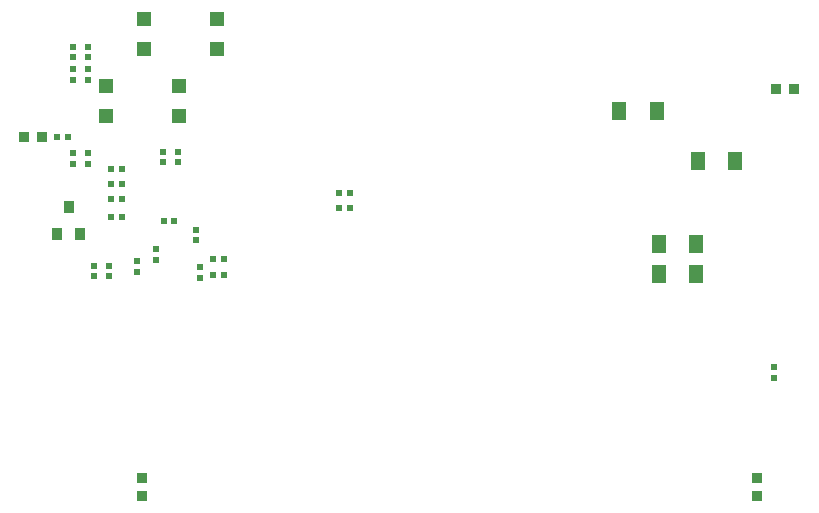
<source format=gbp>
%FSLAX44Y44*%
%MOMM*%
G71*
G01*
G75*
G04 Layer_Color=128*
G04:AMPARAMS|DCode=10|XSize=2.4mm|YSize=2.8mm|CornerRadius=0mm|HoleSize=0mm|Usage=FLASHONLY|Rotation=135.000|XOffset=0mm|YOffset=0mm|HoleType=Round|Shape=Rectangle|*
%AMROTATEDRECTD10*
4,1,4,1.8385,0.1414,-0.1414,-1.8385,-1.8385,-0.1414,0.1414,1.8385,1.8385,0.1414,0.0*
%
%ADD10ROTATEDRECTD10*%

%ADD11R,0.5000X0.6000*%
%ADD12R,0.8890X1.0160*%
%ADD13R,0.6000X0.5000*%
%ADD14R,0.8000X2.4000*%
%ADD15R,5.3000X5.0000*%
%ADD16R,1.2500X2.4000*%
%ADD17R,1.2500X1.2000*%
%ADD18R,1.2000X1.4000*%
G04:AMPARAMS|DCode=19|XSize=1.5mm|YSize=1.4mm|CornerRadius=0mm|HoleSize=0mm|Usage=FLASHONLY|Rotation=315.000|XOffset=0mm|YOffset=0mm|HoleType=Round|Shape=Rectangle|*
%AMROTATEDRECTD19*
4,1,4,-1.0253,0.0354,-0.0354,1.0253,1.0253,-0.0354,0.0354,-1.0253,-1.0253,0.0354,0.0*
%
%ADD19ROTATEDRECTD19*%

%ADD20R,1.3970X1.3970*%
%ADD21C,1.0000*%
%ADD22R,1.1000X0.5000*%
%ADD23R,1.2000X1.6000*%
%ADD24R,1.0668X0.8128*%
%ADD25R,0.7600X1.5600*%
%ADD26R,0.8128X0.8128*%
%ADD27R,1.6000X1.2000*%
%ADD28R,1.2954X1.6002*%
%ADD29R,2.0320X0.6096*%
%ADD30O,2.0320X0.6096*%
%ADD31R,3.7000X3.7000*%
%ADD32R,0.8000X0.2000*%
%ADD33R,0.8000X0.1990*%
%ADD34R,0.2000X0.8000*%
%ADD35R,0.1990X0.8000*%
%ADD36R,2.4000X0.8000*%
%ADD37R,5.0000X5.3000*%
%ADD38R,1.2000X1.2000*%
G04:AMPARAMS|DCode=39|XSize=1.5mm|YSize=1.4mm|CornerRadius=0mm|HoleSize=0mm|Usage=FLASHONLY|Rotation=45.000|XOffset=0mm|YOffset=0mm|HoleType=Round|Shape=Rectangle|*
%AMROTATEDRECTD39*
4,1,4,-0.0354,-1.0253,-1.0253,-0.0354,0.0354,1.0253,1.0253,0.0354,-0.0354,-1.0253,0.0*
%
%ADD39ROTATEDRECTD39*%

%ADD40R,2.4000X1.2500*%
%ADD41R,1.2000X1.2500*%
%ADD42R,2.6200X3.5100*%
%ADD43C,0.2000*%
%ADD44C,0.1780*%
%ADD45C,0.2540*%
%ADD46C,0.6000*%
%ADD47C,4.1200*%
%ADD48C,0.3000*%
%ADD49C,0.4000*%
%ADD50C,0.1270*%
%ADD51C,0.1800*%
%ADD52C,1.0000*%
%ADD53C,0.8000*%
%ADD54C,0.2543*%
%ADD55R,1.0668X1.5240*%
%ADD56O,1.0160X1.5240*%
%ADD57C,2.5400*%
%ADD58C,1.3500*%
%ADD59R,1.3500X1.3500*%
G04:AMPARAMS|DCode=60|XSize=4mm|YSize=4mm|CornerRadius=2mm|HoleSize=0mm|Usage=FLASHONLY|Rotation=0.000|XOffset=0mm|YOffset=0mm|HoleType=Round|Shape=RoundedRectangle|*
%AMROUNDEDRECTD60*
21,1,4.0000,0.0000,0,0,0.0*
21,1,0.0000,4.0000,0,0,0.0*
1,1,4.0000,0.0000,0.0000*
1,1,4.0000,0.0000,0.0000*
1,1,4.0000,0.0000,0.0000*
1,1,4.0000,0.0000,0.0000*
%
%ADD60ROUNDEDRECTD60*%
%ADD61R,1.0000X1.0000*%
%ADD62C,1.8000*%
%ADD63R,1.8000X1.8000*%
%ADD64C,4.5000*%
%ADD65C,2.8000*%
%ADD66C,1.2540*%
%ADD67C,0.5000*%
%ADD68R,1.0729X7.6713*%
%ADD69C,2.0000*%
%ADD70R,8.9783X5.0800*%
%ADD71R,0.8128X1.0668*%
%ADD72R,0.8128X0.8128*%
%ADD73C,1.6000*%
%ADD74C,3.0000*%
%ADD75R,9.1983X4.5380*%
%ADD76C,0.1200*%
%ADD77C,0.1250*%
%ADD78C,0.1524*%
%ADD79C,0.1999*%
%ADD80C,0.2032*%
G04:AMPARAMS|DCode=81|XSize=2.6032mm|YSize=3.0032mm|CornerRadius=0mm|HoleSize=0mm|Usage=FLASHONLY|Rotation=135.000|XOffset=0mm|YOffset=0mm|HoleType=Round|Shape=Rectangle|*
%AMROTATEDRECTD81*
4,1,4,1.9822,0.1414,-0.1414,-1.9822,-1.9822,-0.1414,0.1414,1.9822,1.9822,0.1414,0.0*
%
%ADD81ROTATEDRECTD81*%

%ADD82R,0.7032X0.8032*%
%ADD83R,1.0922X1.2192*%
%ADD84R,0.8032X0.7032*%
%ADD85R,1.0032X2.6032*%
%ADD86R,5.5032X5.2032*%
%ADD87R,1.4532X2.6032*%
%ADD88R,1.4532X1.4032*%
%ADD89R,1.4032X1.6032*%
G04:AMPARAMS|DCode=90|XSize=1.7032mm|YSize=1.6032mm|CornerRadius=0mm|HoleSize=0mm|Usage=FLASHONLY|Rotation=315.000|XOffset=0mm|YOffset=0mm|HoleType=Round|Shape=Rectangle|*
%AMROTATEDRECTD90*
4,1,4,-1.1690,0.0354,-0.0354,1.1690,1.1690,-0.0354,0.0354,-1.1690,-1.1690,0.0354,0.0*
%
%ADD90ROTATEDRECTD90*%

%ADD91R,1.6002X1.6002*%
%ADD92C,1.2032*%
%ADD93R,1.3032X0.7032*%
%ADD94R,1.4032X1.8032*%
%ADD95R,1.2700X1.0160*%
%ADD96R,0.9632X1.7632*%
%ADD97R,1.0160X1.0160*%
%ADD98R,1.8032X1.4032*%
%ADD99R,1.4986X1.8034*%
%ADD100R,2.2352X0.8128*%
%ADD101O,2.2352X0.8128*%
%ADD102R,3.8000X3.8000*%
%ADD103R,0.9000X0.3000*%
%ADD104R,0.9000X0.3000*%
%ADD105R,0.9000X0.2990*%
%ADD106R,0.9000X0.2990*%
%ADD107R,0.3000X0.9000*%
%ADD108R,0.2990X0.9000*%
%ADD109R,2.6032X1.0032*%
%ADD110R,5.2032X5.5032*%
%ADD111R,1.4032X1.4032*%
G04:AMPARAMS|DCode=112|XSize=1.7032mm|YSize=1.6032mm|CornerRadius=0mm|HoleSize=0mm|Usage=FLASHONLY|Rotation=45.000|XOffset=0mm|YOffset=0mm|HoleType=Round|Shape=Rectangle|*
%AMROTATEDRECTD112*
4,1,4,-0.0354,-1.1690,-1.1690,-0.0354,0.0354,1.1690,1.1690,0.0354,-0.0354,-1.1690,0.0*
%
%ADD112ROTATEDRECTD112*%

%ADD113R,2.6032X1.4532*%
%ADD114R,1.4032X1.4532*%
%ADD115R,2.8232X3.7132*%
%ADD116R,1.1668X1.6240*%
%ADD117O,1.1160X1.6240*%
%ADD118C,2.6400*%
%ADD119C,1.5532*%
%ADD120R,1.5532X1.5532*%
G04:AMPARAMS|DCode=121|XSize=4.2032mm|YSize=4.2032mm|CornerRadius=2.1016mm|HoleSize=0mm|Usage=FLASHONLY|Rotation=0.000|XOffset=0mm|YOffset=0mm|HoleType=Round|Shape=RoundedRectangle|*
%AMROUNDEDRECTD121*
21,1,4.2032,0.0000,0,0,0.0*
21,1,0.0000,4.2032,0,0,0.0*
1,1,4.2032,0.0000,0.0000*
1,1,4.2032,0.0000,0.0000*
1,1,4.2032,0.0000,0.0000*
1,1,4.2032,0.0000,0.0000*
%
%ADD121ROUNDEDRECTD121*%
%ADD122R,1.2032X1.2032*%
%ADD123C,2.0032*%
%ADD124R,2.0032X2.0032*%
%ADD125C,4.7032*%
%ADD126C,3.0032*%
%ADD127C,1.4572*%
%ADD128C,0.7032*%
%ADD129R,1.0160X1.2700*%
%ADD130R,1.0160X1.0160*%
D11*
X198700Y238600D02*
D03*
X207700D02*
D03*
X198700Y224790D02*
D03*
X207700D02*
D03*
X75620Y341630D02*
D03*
X66620D02*
D03*
X156790Y271051D02*
D03*
X165790D02*
D03*
X305380Y281940D02*
D03*
X314380D02*
D03*
X305380Y294520D02*
D03*
X314380D02*
D03*
X112340Y274320D02*
D03*
X121340D02*
D03*
X112340Y302260D02*
D03*
X121340D02*
D03*
X112340Y289560D02*
D03*
X121340D02*
D03*
X112340Y314960D02*
D03*
X121340D02*
D03*
D13*
X80010Y328350D02*
D03*
Y319350D02*
D03*
X168910Y329620D02*
D03*
Y320620D02*
D03*
X156210Y329620D02*
D03*
Y320620D02*
D03*
X92710Y328350D02*
D03*
Y319350D02*
D03*
X673850Y147077D02*
D03*
Y138077D02*
D03*
X187960Y231830D02*
D03*
Y222830D02*
D03*
X133886Y236910D02*
D03*
Y227910D02*
D03*
X184150Y254580D02*
D03*
Y263580D02*
D03*
X110490Y233100D02*
D03*
Y224100D02*
D03*
X97790D02*
D03*
Y233100D02*
D03*
X150266Y238070D02*
D03*
Y247070D02*
D03*
X80010Y390470D02*
D03*
Y399470D02*
D03*
X92806Y390470D02*
D03*
Y399470D02*
D03*
Y409520D02*
D03*
Y418520D02*
D03*
X80010Y409520D02*
D03*
Y418520D02*
D03*
D23*
X574180Y364170D02*
D03*
X542180D02*
D03*
X607820Y226045D02*
D03*
X575820D02*
D03*
X608840Y321310D02*
D03*
X640840D02*
D03*
X607820Y251460D02*
D03*
X575820D02*
D03*
D26*
X38790Y341630D02*
D03*
X54030D02*
D03*
X690880Y382270D02*
D03*
X675640D02*
D03*
D38*
X170180Y359418D02*
D03*
Y384818D02*
D03*
X108180D02*
D03*
Y359418D02*
D03*
X201910Y416568D02*
D03*
Y441968D02*
D03*
X139910D02*
D03*
Y416568D02*
D03*
D71*
X85788Y259507D02*
D03*
X66713D02*
D03*
X76251Y282443D02*
D03*
D72*
X659130Y38100D02*
D03*
Y53340D02*
D03*
X138430Y38100D02*
D03*
Y53340D02*
D03*
M02*

</source>
